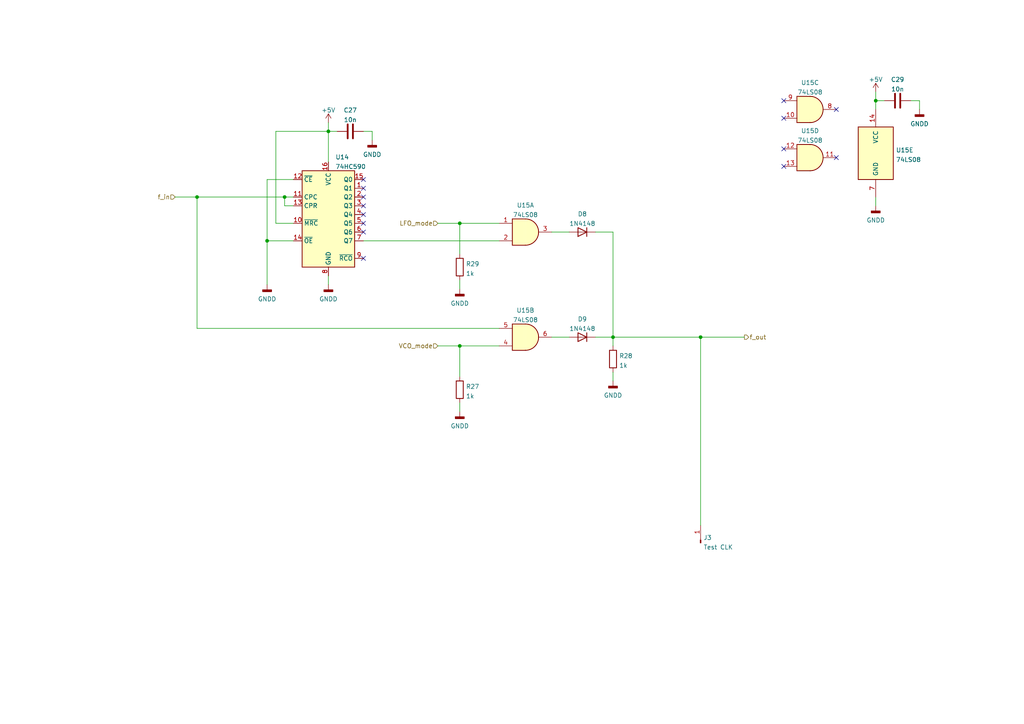
<source format=kicad_sch>
(kicad_sch (version 20211123) (generator eeschema)
  (paper "A4")
  (lib_symbols
    (symbol "74xx:74HC590"
      (property "Reference" "U" (at -7.62 16.51 0))
      (property "Value" "74HC590" (at -7.62 -13.97 0))
      (symbol "74HC590_1_0"
        (pin tri_state line (at 10.16 10.16 180) (length 2.54) (name "Q1") (number "1"))
        (pin input line (at -10.16 0 0) (length 2.54) (name "~{MRC}") (number "10"))
        (pin input line (at -10.16 7.62 0) (length 2.54) (name "CPC") (number "11"))
        (pin input line (at -10.16 12.7 0) (length 2.54) (name "~{CE}") (number "12"))
        (pin input line (at -10.16 5.08 0) (length 2.54) (name "CPR") (number "13"))
        (pin input line (at -10.16 -5.08 0) (length 2.54) (name "~{OE}") (number "14"))
        (pin tri_state line (at 10.16 12.7 180) (length 2.54) (name "Q0") (number "15"))
        (pin power_in line (at 0 17.78 270) (length 2.54) (name "VCC") (number "16"))
        (pin tri_state line (at 10.16 7.62 180) (length 2.54) (name "Q2") (number "2"))
        (pin tri_state line (at 10.16 5.08 180) (length 2.54) (name "Q3") (number "3"))
        (pin tri_state line (at 10.16 2.54 180) (length 2.54) (name "Q4") (number "4"))
        (pin tri_state line (at 10.16 0 180) (length 2.54) (name "Q5") (number "5"))
        (pin tri_state line (at 10.16 -2.54 180) (length 2.54) (name "Q6") (number "6"))
        (pin tri_state line (at 10.16 -5.08 180) (length 2.54) (name "Q7") (number "7"))
        (pin power_in line (at 0 -15.24 90) (length 2.54) (name "GND") (number "8"))
        (pin output line (at 10.16 -10.16 180) (length 2.54) (name "~{RCO}") (number "9"))
      )
      (symbol "74HC590_1_1"
        (rectangle (start -7.62 15.24) (end 7.62 -12.7) (stroke (width 0.254)) (fill (type background)))
      )
    )
    (symbol "74xx:74LS08" (pin_names (offset 1.016))
      (property "Reference" "U" (at 0 1.27 0))
      (property "Value" "74LS08" (at 0 -1.27 0))
      (symbol "74LS08_1_1"
        (arc (start 0 -3.81) (mid 3.81 0) (end 0 3.81) (stroke (width 0.254)) (fill (type background)))
        (polyline (pts (xy 0 3.81) (xy -3.81 3.81) (xy -3.81 -3.81) (xy 0 -3.81)) (stroke (width 0.254)) (fill (type background)))
        (pin input line (at -7.62 2.54 0) (length 3.81) (name "~") (number "1"))
        (pin input line (at -7.62 -2.54 0) (length 3.81) (name "~") (number "2"))
        (pin output line (at 7.62 0 180) (length 3.81) (name "~") (number "3"))
      )
      (symbol "74LS08_1_2"
        (arc (start -3.81 -3.81) (mid -2.589 0) (end -3.81 3.81) (stroke (width 0.254)))
        (arc (start -0.6096 -3.81) (mid 2.1855 -2.584) (end 3.81 0) (stroke (width 0.254)) (fill (type background)))
        (polyline (pts (xy -3.81 -3.81) (xy -0.635 -3.81)) (stroke (width 0.254)) (fill (type background)))
        (polyline (pts (xy -3.81 3.81) (xy -0.635 3.81)) (stroke (width 0.254)) (fill (type background)))
        (polyline (pts (xy -0.635 3.81) (xy -3.81 3.81) (xy -3.81 3.81) (xy -3.556 3.4036) (xy -3.0226 2.2606) (xy -2.6924 1.0414) (xy -2.6162 -0.254) (xy -2.7686 -1.4986) (xy -3.175 -2.7178) (xy -3.81 -3.81) (xy -3.81 -3.81) (xy -0.635 -3.81)) (stroke (width -25.4)) (fill (type background)))
        (arc (start 3.81 0) (mid 2.1928 2.5925) (end -0.6096 3.81) (stroke (width 0.254)) (fill (type background)))
        (pin input inverted (at -7.62 2.54 0) (length 4.318) (name "~") (number "1"))
        (pin input inverted (at -7.62 -2.54 0) (length 4.318) (name "~") (number "2"))
        (pin output inverted (at 7.62 0 180) (length 3.81) (name "~") (number "3"))
      )
      (symbol "74LS08_2_1"
        (arc (start 0 -3.81) (mid 3.81 0) (end 0 3.81) (stroke (width 0.254)) (fill (type background)))
        (polyline (pts (xy 0 3.81) (xy -3.81 3.81) (xy -3.81 -3.81) (xy 0 -3.81)) (stroke (width 0.254)) (fill (type background)))
        (pin input line (at -7.62 2.54 0) (length 3.81) (name "~") (number "4"))
        (pin input line (at -7.62 -2.54 0) (length 3.81) (name "~") (number "5"))
        (pin output line (at 7.62 0 180) (length 3.81) (name "~") (number "6"))
      )
      (symbol "74LS08_2_2"
        (arc (start -3.81 -3.81) (mid -2.589 0) (end -3.81 3.81) (stroke (width 0.254)))
        (arc (start -0.6096 -3.81) (mid 2.1855 -2.584) (end 3.81 0) (stroke (width 0.254)) (fill (type background)))
        (polyline (pts (xy -3.81 -3.81) (xy -0.635 -3.81)) (stroke (width 0.254)) (fill (type background)))
        (polyline (pts (xy -3.81 3.81) (xy -0.635 3.81)) (stroke (width 0.254)) (fill (type background)))
        (polyline (pts (xy -0.635 3.81) (xy -3.81 3.81) (xy -3.81 3.81) (xy -3.556 3.4036) (xy -3.0226 2.2606) (xy -2.6924 1.0414) (xy -2.6162 -0.254) (xy -2.7686 -1.4986) (xy -3.175 -2.7178) (xy -3.81 -3.81) (xy -3.81 -3.81) (xy -0.635 -3.81)) (stroke (width -25.4)) (fill (type background)))
        (arc (start 3.81 0) (mid 2.1928 2.5925) (end -0.6096 3.81) (stroke (width 0.254)) (fill (type background)))
        (pin input inverted (at -7.62 2.54 0) (length 4.318) (name "~") (number "4"))
        (pin input inverted (at -7.62 -2.54 0) (length 4.318) (name "~") (number "5"))
        (pin output inverted (at 7.62 0 180) (length 3.81) (name "~") (number "6"))
      )
      (symbol "74LS08_3_1"
        (arc (start 0 -3.81) (mid 3.81 0) (end 0 3.81) (stroke (width 0.254)) (fill (type background)))
        (polyline (pts (xy 0 3.81) (xy -3.81 3.81) (xy -3.81 -3.81) (xy 0 -3.81)) (stroke (width 0.254)) (fill (type background)))
        (pin input line (at -7.62 -2.54 0) (length 3.81) (name "~") (number "10"))
        (pin output line (at 7.62 0 180) (length 3.81) (name "~") (number "8"))
        (pin input line (at -7.62 2.54 0) (length 3.81) (name "~") (number "9"))
      )
      (symbol "74LS08_3_2"
        (arc (start -3.81 -3.81) (mid -2.589 0) (end -3.81 3.81) (stroke (width 0.254)))
        (arc (start -0.6096 -3.81) (mid 2.1855 -2.584) (end 3.81 0) (stroke (width 0.254)) (fill (type background)))
        (polyline (pts (xy -3.81 -3.81) (xy -0.635 -3.81)) (stroke (width 0.254)) (fill (type background)))
        (polyline (pts (xy -3.81 3.81) (xy -0.635 3.81)) (stroke (width 0.254)) (fill (type background)))
        (polyline (pts (xy -0.635 3.81) (xy -3.81 3.81) (xy -3.81 3.81) (xy -3.556 3.4036) (xy -3.0226 2.2606) (xy -2.6924 1.0414) (xy -2.6162 -0.254) (xy -2.7686 -1.4986) (xy -3.175 -2.7178) (xy -3.81 -3.81) (xy -3.81 -3.81) (xy -0.635 -3.81)) (stroke (width -25.4)) (fill (type background)))
        (arc (start 3.81 0) (mid 2.1928 2.5925) (end -0.6096 3.81) (stroke (width 0.254)) (fill (type background)))
        (pin input inverted (at -7.62 -2.54 0) (length 4.318) (name "~") (number "10"))
        (pin output inverted (at 7.62 0 180) (length 3.81) (name "~") (number "8"))
        (pin input inverted (at -7.62 2.54 0) (length 4.318) (name "~") (number "9"))
      )
      (symbol "74LS08_4_1"
        (arc (start 0 -3.81) (mid 3.81 0) (end 0 3.81) (stroke (width 0.254)) (fill (type background)))
        (polyline (pts (xy 0 3.81) (xy -3.81 3.81) (xy -3.81 -3.81) (xy 0 -3.81)) (stroke (width 0.254)) (fill (type background)))
        (pin output line (at 7.62 0 180) (length 3.81) (name "~") (number "11"))
        (pin input line (at -7.62 2.54 0) (length 3.81) (name "~") (number "12"))
        (pin input line (at -7.62 -2.54 0) (length 3.81) (name "~") (number "13"))
      )
      (symbol "74LS08_4_2"
        (arc (start -3.81 -3.81) (mid -2.589 0) (end -3.81 3.81) (stroke (width 0.254)))
        (arc (start -0.6096 -3.81) (mid 2.1855 -2.584) (end 3.81 0) (stroke (width 0.254)) (fill (type background)))
        (polyline (pts (xy -3.81 -3.81) (xy -0.635 -3.81)) (stroke (width 0.254)) (fill (type background)))
        (polyline (pts (xy -3.81 3.81) (xy -0.635 3.81)) (stroke (width 0.254)) (fill (type background)))
        (polyline (pts (xy -0.635 3.81) (xy -3.81 3.81) (xy -3.81 3.81) (xy -3.556 3.4036) (xy -3.0226 2.2606) (xy -2.6924 1.0414) (xy -2.6162 -0.254) (xy -2.7686 -1.4986) (xy -3.175 -2.7178) (xy -3.81 -3.81) (xy -3.81 -3.81) (xy -0.635 -3.81)) (stroke (width -25.4)) (fill (type background)))
        (arc (start 3.81 0) (mid 2.1928 2.5925) (end -0.6096 3.81) (stroke (width 0.254)) (fill (type background)))
        (pin output inverted (at 7.62 0 180) (length 3.81) (name "~") (number "11"))
        (pin input inverted (at -7.62 2.54 0) (length 4.318) (name "~") (number "12"))
        (pin input inverted (at -7.62 -2.54 0) (length 4.318) (name "~") (number "13"))
      )
      (symbol "74LS08_5_0"
        (pin power_in line (at 0 12.7 270) (length 5.08) (name "VCC") (number "14"))
        (pin power_in line (at 0 -12.7 90) (length 5.08) (name "GND") (number "7"))
      )
      (symbol "74LS08_5_1"
        (rectangle (start -5.08 7.62) (end 5.08 -7.62) (stroke (width 0.254)) (fill (type background)))
      )
    )
    (symbol "Connector:Conn_01x01_Male" (pin_names (offset 1.016) hide)
      (property "Reference" "J" (at 0 2.54 0))
      (property "Value" "Conn_01x01_Male" (at 0 -2.54 0))
      (symbol "Conn_01x01_Male_1_1"
        (polyline (pts (xy 1.27 0) (xy 0.8636 0)) (stroke (width 0.1524)))
        (rectangle (start 0.8636 0.127) (end 0 -0.127) (stroke (width 0.1524)) (fill (type outline)))
        (pin passive line (at 5.08 0 180) (length 3.81) (name "Pin_1") (number "1"))
      )
    )
    (symbol "Device:C" (pin_numbers hide) (pin_names (offset 0.254))
      (property "Reference" "C" (at 0.635 2.54 0))
      (property "Value" "C" (at 0.635 -2.54 0))
      (symbol "C_0_1"
        (polyline (pts (xy -2.032 -0.762) (xy 2.032 -0.762)) (stroke (width 0.508)))
        (polyline (pts (xy -2.032 0.762) (xy 2.032 0.762)) (stroke (width 0.508)))
      )
      (symbol "C_1_1"
        (pin passive line (at 0 3.81 270) (length 2.794) (name "~") (number "1"))
        (pin passive line (at 0 -3.81 90) (length 2.794) (name "~") (number "2"))
      )
    )
    (symbol "Device:R" (pin_numbers hide) (pin_names (offset 0))
      (property "Reference" "R" (at 2.032 0 90))
      (property "Value" "R" (at 0 0 90))
      (symbol "R_0_1"
        (rectangle (start -1.016 -2.54) (end 1.016 2.54) (stroke (width 0.254)))
      )
      (symbol "R_1_1"
        (pin passive line (at 0 3.81 270) (length 1.27) (name "~") (number "1"))
        (pin passive line (at 0 -3.81 90) (length 1.27) (name "~") (number "2"))
      )
    )
    (symbol "Diode:1N4148" (pin_numbers hide) (pin_names (offset 1.016) hide)
      (property "Reference" "D" (at 0 2.54 0))
      (property "Value" "1N4148" (at 0 -2.54 0))
      (symbol "1N4148_0_1"
        (polyline (pts (xy -1.27 1.27) (xy -1.27 -1.27)) (stroke (width 0.254)))
        (polyline (pts (xy 1.27 0) (xy -1.27 0)))
        (polyline (pts (xy 1.27 1.27) (xy 1.27 -1.27) (xy -1.27 0) (xy 1.27 1.27)) (stroke (width 0.254)))
      )
      (symbol "1N4148_1_1"
        (pin passive line (at -3.81 0 0) (length 2.54) (name "K") (number "1"))
        (pin passive line (at 3.81 0 180) (length 2.54) (name "A") (number "2"))
      )
    )
    (symbol "power:+5V" (power) (pin_names (offset 0))
      (property "Value" "+5V" (at 0 3.556 0))
      (symbol "+5V_0_1"
        (polyline (pts (xy -0.762 1.27) (xy 0 2.54)))
        (polyline (pts (xy 0 0) (xy 0 2.54)))
        (polyline (pts (xy 0 2.54) (xy 0.762 1.27)))
      )
      (symbol "+5V_1_1"
        (pin power_in line (at 0 0 90) (length 0) hide (name "+5V") (number "1"))
      )
    )
    (symbol "power:GNDD" (power) (pin_names (offset 0))
      (property "Value" "GNDD" (at 0 -3.175 0))
      (symbol "GNDD_0_1"
        (rectangle (start -1.27 -1.524) (end 1.27 -2.032) (stroke (width 0.254)) (fill (type outline)))
        (polyline (pts (xy 0 0) (xy 0 -1.524)))
      )
      (symbol "GNDD_1_1"
        (pin power_in line (at 0 0 270) (length 0) hide (name "GNDD") (number "1"))
      )
    )
  )
  (junction (at 82.55 57.15))
  (junction (at 203.2 97.79))
  (junction (at 177.8 97.79))
  (junction (at 95.25 38.1))
  (junction (at 133.35 64.77))
  (junction (at 254 29.21))
  (junction (at 133.35 100.33))
  (junction (at 77.47 69.85))
  (junction (at 57.15 57.15))
  (no_connect (at 227.33 48.26))
  (no_connect (at 227.33 29.21))
  (no_connect (at 227.33 34.29))
  (no_connect (at 227.33 43.18))
  (no_connect (at 242.57 31.75))
  (no_connect (at 242.57 45.72))
  (no_connect (at 105.41 54.61))
  (no_connect (at 105.41 57.15))
  (no_connect (at 105.41 59.69))
  (no_connect (at 105.41 52.07))
  (no_connect (at 105.41 62.23))
  (no_connect (at 105.41 74.93))
  (no_connect (at 105.41 67.31))
  (no_connect (at 105.41 64.77))
  (wire (pts (xy 133.35 116.84) (xy 133.35 119.38)))
  (wire (pts (xy 57.15 57.15) (xy 57.15 95.25)))
  (wire (pts (xy 50.8 57.15) (xy 57.15 57.15)))
  (wire (pts (xy 95.25 38.1) (xy 95.25 46.99)))
  (wire (pts (xy 133.35 64.77) (xy 133.35 73.66)))
  (wire (pts (xy 97.79 38.1) (xy 95.25 38.1)))
  (wire (pts (xy 177.8 67.31) (xy 172.72 67.31)))
  (wire (pts (xy 133.35 109.22) (xy 133.35 100.33)))
  (wire (pts (xy 85.09 59.69) (xy 82.55 59.69)))
  (wire (pts (xy 254 29.21) (xy 254 31.75)))
  (wire (pts (xy 82.55 59.69) (xy 82.55 57.15)))
  (wire (pts (xy 254 57.15) (xy 254 59.69)))
  (wire (pts (xy 264.16 29.21) (xy 266.7 29.21)))
  (wire (pts (xy 95.25 35.56) (xy 95.25 38.1)))
  (wire (pts (xy 107.95 38.1) (xy 107.95 40.64)))
  (wire (pts (xy 77.47 52.07) (xy 77.47 69.85)))
  (wire (pts (xy 266.7 29.21) (xy 266.7 31.75)))
  (wire (pts (xy 177.8 100.33) (xy 177.8 97.79)))
  (wire (pts (xy 85.09 64.77) (xy 80.01 64.77)))
  (wire (pts (xy 77.47 69.85) (xy 77.47 82.55)))
  (wire (pts (xy 127 100.33) (xy 133.35 100.33)))
  (wire (pts (xy 203.2 97.79) (xy 215.9 97.79)))
  (wire (pts (xy 133.35 64.77) (xy 144.78 64.77)))
  (wire (pts (xy 85.09 52.07) (xy 77.47 52.07)))
  (wire (pts (xy 133.35 81.28) (xy 133.35 83.82)))
  (wire (pts (xy 127 64.77) (xy 133.35 64.77)))
  (wire (pts (xy 160.02 97.79) (xy 165.1 97.79)))
  (wire (pts (xy 254 29.21) (xy 256.54 29.21)))
  (wire (pts (xy 177.8 107.95) (xy 177.8 110.49)))
  (wire (pts (xy 160.02 67.31) (xy 165.1 67.31)))
  (wire (pts (xy 133.35 100.33) (xy 144.78 100.33)))
  (wire (pts (xy 177.8 97.79) (xy 177.8 67.31)))
  (wire (pts (xy 105.41 38.1) (xy 107.95 38.1)))
  (wire (pts (xy 254 26.67) (xy 254 29.21)))
  (wire (pts (xy 80.01 64.77) (xy 80.01 38.1)))
  (wire (pts (xy 172.72 97.79) (xy 177.8 97.79)))
  (wire (pts (xy 80.01 38.1) (xy 95.25 38.1)))
  (wire (pts (xy 85.09 69.85) (xy 77.47 69.85)))
  (wire (pts (xy 203.2 97.79) (xy 203.2 152.4)))
  (wire (pts (xy 105.41 69.85) (xy 144.78 69.85)))
  (wire (pts (xy 57.15 57.15) (xy 82.55 57.15)))
  (wire (pts (xy 57.15 95.25) (xy 144.78 95.25)))
  (wire (pts (xy 95.25 80.01) (xy 95.25 82.55)))
  (wire (pts (xy 82.55 57.15) (xy 85.09 57.15)))
  (wire (pts (xy 177.8 97.79) (xy 203.2 97.79)))
  (hierarchical_label "VCO_mode" (shape input) (at 127 100.33 180))
  (hierarchical_label "LFO_mode" (shape input) (at 127 64.77 180))
  (hierarchical_label "f_out" (shape output) (at 215.9 97.79 0))
  (hierarchical_label "f_in" (shape input) (at 50.8 57.15 180))
  (symbol (lib_id "74xx:74LS08") (at 234.95 45.72 0) (unit 4)
    (property "Reference" "U15" (at 234.95 37.9435 0))
    (property "Value" "74LS08" (at 234.95 40.7186 0))
    (property "Footprint" "Custom Footprints:DIP-14_central_caps" (effects hide))
    (property "Datasheet" "http://www.ti.com/lit/gpn/sn74LS08" (effects hide))
  )
  (symbol (lib_id "Device:R") (at 133.35 77.47 0) (unit 1)
    (property "Reference" "R29" (at 135.128 76.5615 0) (effects (justify left)))
    (property "Value" "1k" (at 135.128 79.3366 0) (effects (justify left)))
    (property "Footprint" "Resistor_THT:R_Axial_DIN0207_L6.3mm_D2.5mm_P10.16mm_Horizontal" (effects hide))
  )
  (symbol (lib_id "power:GNDD") (at 107.95 40.64 0) (unit 1)
    (property "Reference" "#PWR087" (effects hide))
    (property "Value" "GNDD" (at 107.95 44.8215 0))
  )
  (symbol (lib_id "74xx:74HC590") (at 95.25 64.77 0) (unit 1)
    (property "Reference" "U14" (at 97.2694 45.5635 0) (effects (justify left)))
    (property "Value" "74HC590" (at 97.2694 48.3386 0) (effects (justify left)))
    (property "Footprint" "Custom Footprints:DIP-16_central_caps" (effects hide))
    (property "Datasheet" "https://assets.nexperia.com/documents/data-sheet/74HC590.pdf" (effects hide))
  )
  (symbol (lib_id "Connector:Conn_01x01_Male") (at 203.2 157.48 90) (unit 1)
    (property "Reference" "J3" (at 204.0382 155.9365 90) (effects (justify right)))
    (property "Value" "Test CLK" (at 204.0382 158.7116 90) (effects (justify right)))
    (property "Footprint" "Connector_PinHeader_2.54mm:PinHeader_1x01_P2.54mm_Vertical" (effects hide))
  )
  (symbol (lib_id "Device:R") (at 177.8 104.14 0) (unit 1)
    (property "Reference" "R28" (at 179.578 103.2315 0) (effects (justify left)))
    (property "Value" "1k" (at 179.578 106.0066 0) (effects (justify left)))
    (property "Footprint" "Resistor_THT:R_Axial_DIN0207_L6.3mm_D2.5mm_P2.54mm_Vertical" (effects hide))
  )
  (symbol (lib_id "power:GNDD") (at 133.35 83.82 0) (unit 1)
    (property "Reference" "#PWR090" (effects hide))
    (property "Value" "GNDD" (at 133.35 88.0015 0))
  )
  (symbol (lib_id "74xx:74LS08") (at 152.4 67.31 0) (unit 1)
    (property "Reference" "U15" (at 152.4 59.5335 0))
    (property "Value" "74LS08" (at 152.4 62.3086 0))
    (property "Footprint" "Custom Footprints:DIP-14_central_caps" (effects hide))
    (property "Datasheet" "http://www.ti.com/lit/gpn/sn74LS08" (effects hide))
  )
  (symbol (lib_id "74xx:74LS08") (at 234.95 31.75 0) (unit 3)
    (property "Reference" "U15" (at 234.95 23.9735 0))
    (property "Value" "74LS08" (at 234.95 26.7486 0))
    (property "Footprint" "Custom Footprints:DIP-14_central_caps" (effects hide))
    (property "Datasheet" "http://www.ti.com/lit/gpn/sn74LS08" (effects hide))
  )
  (symbol (lib_id "power:GNDD") (at 133.35 119.38 0) (unit 1)
    (property "Reference" "#PWR088" (effects hide))
    (property "Value" "GNDD" (at 133.35 123.5615 0))
  )
  (symbol (lib_id "power:+5V") (at 254 26.67 0) (unit 1)
    (property "Reference" "#PWR096" (effects hide))
    (property "Value" "+5V" (at 254 23.0655 0))
  )
  (symbol (lib_id "Device:R") (at 133.35 113.03 0) (unit 1)
    (property "Reference" "R27" (at 135.128 112.1215 0) (effects (justify left)))
    (property "Value" "1k" (at 135.128 114.8966 0) (effects (justify left)))
    (property "Footprint" "Resistor_THT:R_Axial_DIN0207_L6.3mm_D2.5mm_P2.54mm_Vertical" (effects hide))
  )
  (symbol (lib_id "74xx:74LS08") (at 254 44.45 0) (unit 5)
    (property "Reference" "U15" (at 259.842 43.5415 0) (effects (justify left)))
    (property "Value" "74LS08" (at 259.842 46.3166 0) (effects (justify left)))
    (property "Footprint" "Custom Footprints:DIP-14_central_caps" (effects hide))
    (property "Datasheet" "http://www.ti.com/lit/gpn/sn74LS08" (effects hide))
  )
  (symbol (lib_id "Device:C") (at 101.6 38.1 270) (unit 1)
    (property "Reference" "C27" (at 101.6 31.9745 90))
    (property "Value" "10n" (at 101.6 34.7496 90))
    (property "Footprint" "Custom Footprints:C_Disc_P2.54mm" (effects hide))
  )
  (symbol (lib_id "power:+5V") (at 95.25 35.56 0) (unit 1)
    (property "Reference" "#PWR085" (effects hide))
    (property "Value" "+5V" (at 95.25 31.9555 0))
  )
  (symbol (lib_id "Diode:1N4148") (at 168.91 97.79 180) (unit 1)
    (property "Reference" "D9" (at 168.91 92.5535 0))
    (property "Value" "1N4148" (at 168.91 95.3286 0))
    (property "Footprint" "Diode_THT:D_DO-35_SOD27_P2.54mm_Vertical_AnodeUp" (effects hide))
    (property "Datasheet" "https://assets.nexperia.com/documents/data-sheet/1N4148_1N4448.pdf" (effects hide))
  )
  (symbol (lib_id "Diode:1N4148") (at 168.91 67.31 180) (unit 1)
    (property "Reference" "D8" (at 168.91 62.0735 0))
    (property "Value" "1N4148" (at 168.91 64.8486 0))
    (property "Footprint" "Diode_THT:D_DO-35_SOD27_P2.54mm_Vertical_AnodeUp" (effects hide))
    (property "Datasheet" "https://assets.nexperia.com/documents/data-sheet/1N4148_1N4448.pdf" (effects hide))
  )
  (symbol (lib_id "power:GNDD") (at 266.7 31.75 0) (unit 1)
    (property "Reference" "#PWR098" (effects hide))
    (property "Value" "GNDD" (at 266.7 35.9315 0))
  )
  (symbol (lib_id "74xx:74LS08") (at 152.4 97.79 0) (mirror x) (unit 2)
    (property "Reference" "U15" (at 152.4 90.0135 0))
    (property "Value" "74LS08" (at 152.4 92.7886 0))
    (property "Footprint" "Custom Footprints:DIP-14_central_caps" (effects hide))
    (property "Datasheet" "http://www.ti.com/lit/gpn/sn74LS08" (effects hide))
  )
  (symbol (lib_id "power:GNDD") (at 77.47 82.55 0) (unit 1)
    (property "Reference" "#PWR084" (effects hide))
    (property "Value" "GNDD" (at 77.47 86.7315 0))
  )
  (symbol (lib_id "power:GNDD") (at 95.25 82.55 0) (unit 1)
    (property "Reference" "#PWR086" (effects hide))
    (property "Value" "GNDD" (at 95.25 86.7315 0))
  )
  (symbol (lib_id "power:GNDD") (at 254 59.69 0) (unit 1)
    (property "Reference" "#PWR097" (effects hide))
    (property "Value" "GNDD" (at 254 63.8715 0))
  )
  (symbol (lib_id "power:GNDD") (at 177.8 110.49 0) (unit 1)
    (property "Reference" "#PWR089" (effects hide))
    (property "Value" "GNDD" (at 177.8 114.6715 0))
  )
  (symbol (lib_id "Device:C") (at 260.35 29.21 270) (unit 1)
    (property "Reference" "C29" (at 260.35 23.0845 90))
    (property "Value" "10n" (at 260.35 25.8596 90))
    (property "Footprint" "Custom Footprints:C_Disc_P2.54mm" (effects hide))
  )
)
</source>
